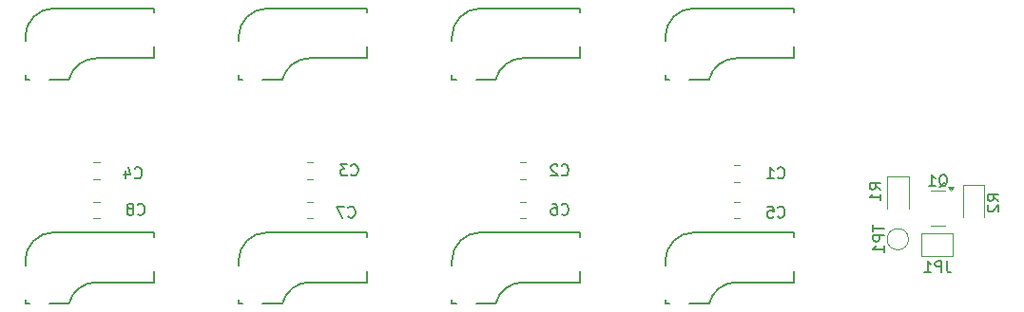
<source format=gbr>
%TF.GenerationSoftware,KiCad,Pcbnew,8.0.2*%
%TF.CreationDate,2024-06-01T03:16:02+02:00*%
%TF.ProjectId,Hellboard,48656c6c-626f-4617-9264-2e6b69636164,rev?*%
%TF.SameCoordinates,Original*%
%TF.FileFunction,Legend,Bot*%
%TF.FilePolarity,Positive*%
%FSLAX46Y46*%
G04 Gerber Fmt 4.6, Leading zero omitted, Abs format (unit mm)*
G04 Created by KiCad (PCBNEW 8.0.2) date 2024-06-01 03:16:02*
%MOMM*%
%LPD*%
G01*
G04 APERTURE LIST*
%ADD10C,0.150000*%
%ADD11C,0.120000*%
G04 APERTURE END LIST*
D10*
X129963333Y-67574819D02*
X129963333Y-68289104D01*
X129963333Y-68289104D02*
X130010952Y-68431961D01*
X130010952Y-68431961D02*
X130106190Y-68527200D01*
X130106190Y-68527200D02*
X130249047Y-68574819D01*
X130249047Y-68574819D02*
X130344285Y-68574819D01*
X129487142Y-68574819D02*
X129487142Y-67574819D01*
X129487142Y-67574819D02*
X129106190Y-67574819D01*
X129106190Y-67574819D02*
X129010952Y-67622438D01*
X129010952Y-67622438D02*
X128963333Y-67670057D01*
X128963333Y-67670057D02*
X128915714Y-67765295D01*
X128915714Y-67765295D02*
X128915714Y-67908152D01*
X128915714Y-67908152D02*
X128963333Y-68003390D01*
X128963333Y-68003390D02*
X129010952Y-68051009D01*
X129010952Y-68051009D02*
X129106190Y-68098628D01*
X129106190Y-68098628D02*
X129487142Y-68098628D01*
X127963333Y-68574819D02*
X128534761Y-68574819D01*
X128249047Y-68574819D02*
X128249047Y-67574819D01*
X128249047Y-67574819D02*
X128344285Y-67717676D01*
X128344285Y-67717676D02*
X128439523Y-67812914D01*
X128439523Y-67812914D02*
X128534761Y-67860533D01*
X114916666Y-63609580D02*
X114964285Y-63657200D01*
X114964285Y-63657200D02*
X115107142Y-63704819D01*
X115107142Y-63704819D02*
X115202380Y-63704819D01*
X115202380Y-63704819D02*
X115345237Y-63657200D01*
X115345237Y-63657200D02*
X115440475Y-63561961D01*
X115440475Y-63561961D02*
X115488094Y-63466723D01*
X115488094Y-63466723D02*
X115535713Y-63276247D01*
X115535713Y-63276247D02*
X115535713Y-63133390D01*
X115535713Y-63133390D02*
X115488094Y-62942914D01*
X115488094Y-62942914D02*
X115440475Y-62847676D01*
X115440475Y-62847676D02*
X115345237Y-62752438D01*
X115345237Y-62752438D02*
X115202380Y-62704819D01*
X115202380Y-62704819D02*
X115107142Y-62704819D01*
X115107142Y-62704819D02*
X114964285Y-62752438D01*
X114964285Y-62752438D02*
X114916666Y-62800057D01*
X114011904Y-62704819D02*
X114488094Y-62704819D01*
X114488094Y-62704819D02*
X114535713Y-63181009D01*
X114535713Y-63181009D02*
X114488094Y-63133390D01*
X114488094Y-63133390D02*
X114392856Y-63085771D01*
X114392856Y-63085771D02*
X114154761Y-63085771D01*
X114154761Y-63085771D02*
X114059523Y-63133390D01*
X114059523Y-63133390D02*
X114011904Y-63181009D01*
X114011904Y-63181009D02*
X113964285Y-63276247D01*
X113964285Y-63276247D02*
X113964285Y-63514342D01*
X113964285Y-63514342D02*
X114011904Y-63609580D01*
X114011904Y-63609580D02*
X114059523Y-63657200D01*
X114059523Y-63657200D02*
X114154761Y-63704819D01*
X114154761Y-63704819D02*
X114392856Y-63704819D01*
X114392856Y-63704819D02*
X114488094Y-63657200D01*
X114488094Y-63657200D02*
X114535713Y-63609580D01*
X57916666Y-63359580D02*
X57964285Y-63407200D01*
X57964285Y-63407200D02*
X58107142Y-63454819D01*
X58107142Y-63454819D02*
X58202380Y-63454819D01*
X58202380Y-63454819D02*
X58345237Y-63407200D01*
X58345237Y-63407200D02*
X58440475Y-63311961D01*
X58440475Y-63311961D02*
X58488094Y-63216723D01*
X58488094Y-63216723D02*
X58535713Y-63026247D01*
X58535713Y-63026247D02*
X58535713Y-62883390D01*
X58535713Y-62883390D02*
X58488094Y-62692914D01*
X58488094Y-62692914D02*
X58440475Y-62597676D01*
X58440475Y-62597676D02*
X58345237Y-62502438D01*
X58345237Y-62502438D02*
X58202380Y-62454819D01*
X58202380Y-62454819D02*
X58107142Y-62454819D01*
X58107142Y-62454819D02*
X57964285Y-62502438D01*
X57964285Y-62502438D02*
X57916666Y-62550057D01*
X57345237Y-62883390D02*
X57440475Y-62835771D01*
X57440475Y-62835771D02*
X57488094Y-62788152D01*
X57488094Y-62788152D02*
X57535713Y-62692914D01*
X57535713Y-62692914D02*
X57535713Y-62645295D01*
X57535713Y-62645295D02*
X57488094Y-62550057D01*
X57488094Y-62550057D02*
X57440475Y-62502438D01*
X57440475Y-62502438D02*
X57345237Y-62454819D01*
X57345237Y-62454819D02*
X57154761Y-62454819D01*
X57154761Y-62454819D02*
X57059523Y-62502438D01*
X57059523Y-62502438D02*
X57011904Y-62550057D01*
X57011904Y-62550057D02*
X56964285Y-62645295D01*
X56964285Y-62645295D02*
X56964285Y-62692914D01*
X56964285Y-62692914D02*
X57011904Y-62788152D01*
X57011904Y-62788152D02*
X57059523Y-62835771D01*
X57059523Y-62835771D02*
X57154761Y-62883390D01*
X57154761Y-62883390D02*
X57345237Y-62883390D01*
X57345237Y-62883390D02*
X57440475Y-62931009D01*
X57440475Y-62931009D02*
X57488094Y-62978628D01*
X57488094Y-62978628D02*
X57535713Y-63073866D01*
X57535713Y-63073866D02*
X57535713Y-63264342D01*
X57535713Y-63264342D02*
X57488094Y-63359580D01*
X57488094Y-63359580D02*
X57440475Y-63407200D01*
X57440475Y-63407200D02*
X57345237Y-63454819D01*
X57345237Y-63454819D02*
X57154761Y-63454819D01*
X57154761Y-63454819D02*
X57059523Y-63407200D01*
X57059523Y-63407200D02*
X57011904Y-63359580D01*
X57011904Y-63359580D02*
X56964285Y-63264342D01*
X56964285Y-63264342D02*
X56964285Y-63073866D01*
X56964285Y-63073866D02*
X57011904Y-62978628D01*
X57011904Y-62978628D02*
X57059523Y-62931009D01*
X57059523Y-62931009D02*
X57154761Y-62883390D01*
X123411819Y-64358095D02*
X123411819Y-64929523D01*
X124411819Y-64643809D02*
X123411819Y-64643809D01*
X124411819Y-65262857D02*
X123411819Y-65262857D01*
X123411819Y-65262857D02*
X123411819Y-65643809D01*
X123411819Y-65643809D02*
X123459438Y-65739047D01*
X123459438Y-65739047D02*
X123507057Y-65786666D01*
X123507057Y-65786666D02*
X123602295Y-65834285D01*
X123602295Y-65834285D02*
X123745152Y-65834285D01*
X123745152Y-65834285D02*
X123840390Y-65786666D01*
X123840390Y-65786666D02*
X123888009Y-65739047D01*
X123888009Y-65739047D02*
X123935628Y-65643809D01*
X123935628Y-65643809D02*
X123935628Y-65262857D01*
X124411819Y-66786666D02*
X124411819Y-66215238D01*
X124411819Y-66500952D02*
X123411819Y-66500952D01*
X123411819Y-66500952D02*
X123554676Y-66405714D01*
X123554676Y-66405714D02*
X123649914Y-66310476D01*
X123649914Y-66310476D02*
X123697533Y-66215238D01*
X124084819Y-61203333D02*
X123608628Y-60870000D01*
X124084819Y-60631905D02*
X123084819Y-60631905D01*
X123084819Y-60631905D02*
X123084819Y-61012857D01*
X123084819Y-61012857D02*
X123132438Y-61108095D01*
X123132438Y-61108095D02*
X123180057Y-61155714D01*
X123180057Y-61155714D02*
X123275295Y-61203333D01*
X123275295Y-61203333D02*
X123418152Y-61203333D01*
X123418152Y-61203333D02*
X123513390Y-61155714D01*
X123513390Y-61155714D02*
X123561009Y-61108095D01*
X123561009Y-61108095D02*
X123608628Y-61012857D01*
X123608628Y-61012857D02*
X123608628Y-60631905D01*
X124084819Y-62155714D02*
X124084819Y-61584286D01*
X124084819Y-61870000D02*
X123084819Y-61870000D01*
X123084819Y-61870000D02*
X123227676Y-61774762D01*
X123227676Y-61774762D02*
X123322914Y-61679524D01*
X123322914Y-61679524D02*
X123370533Y-61584286D01*
X114916666Y-60109580D02*
X114964285Y-60157200D01*
X114964285Y-60157200D02*
X115107142Y-60204819D01*
X115107142Y-60204819D02*
X115202380Y-60204819D01*
X115202380Y-60204819D02*
X115345237Y-60157200D01*
X115345237Y-60157200D02*
X115440475Y-60061961D01*
X115440475Y-60061961D02*
X115488094Y-59966723D01*
X115488094Y-59966723D02*
X115535713Y-59776247D01*
X115535713Y-59776247D02*
X115535713Y-59633390D01*
X115535713Y-59633390D02*
X115488094Y-59442914D01*
X115488094Y-59442914D02*
X115440475Y-59347676D01*
X115440475Y-59347676D02*
X115345237Y-59252438D01*
X115345237Y-59252438D02*
X115202380Y-59204819D01*
X115202380Y-59204819D02*
X115107142Y-59204819D01*
X115107142Y-59204819D02*
X114964285Y-59252438D01*
X114964285Y-59252438D02*
X114916666Y-59300057D01*
X113964285Y-60204819D02*
X114535713Y-60204819D01*
X114249999Y-60204819D02*
X114249999Y-59204819D01*
X114249999Y-59204819D02*
X114345237Y-59347676D01*
X114345237Y-59347676D02*
X114440475Y-59442914D01*
X114440475Y-59442914D02*
X114535713Y-59490533D01*
X129262738Y-60970057D02*
X129357976Y-60922438D01*
X129357976Y-60922438D02*
X129453214Y-60827200D01*
X129453214Y-60827200D02*
X129596071Y-60684342D01*
X129596071Y-60684342D02*
X129691309Y-60636723D01*
X129691309Y-60636723D02*
X129786547Y-60636723D01*
X129738928Y-60874819D02*
X129834166Y-60827200D01*
X129834166Y-60827200D02*
X129929404Y-60731961D01*
X129929404Y-60731961D02*
X129977023Y-60541485D01*
X129977023Y-60541485D02*
X129977023Y-60208152D01*
X129977023Y-60208152D02*
X129929404Y-60017676D01*
X129929404Y-60017676D02*
X129834166Y-59922438D01*
X129834166Y-59922438D02*
X129738928Y-59874819D01*
X129738928Y-59874819D02*
X129548452Y-59874819D01*
X129548452Y-59874819D02*
X129453214Y-59922438D01*
X129453214Y-59922438D02*
X129357976Y-60017676D01*
X129357976Y-60017676D02*
X129310357Y-60208152D01*
X129310357Y-60208152D02*
X129310357Y-60541485D01*
X129310357Y-60541485D02*
X129357976Y-60731961D01*
X129357976Y-60731961D02*
X129453214Y-60827200D01*
X129453214Y-60827200D02*
X129548452Y-60874819D01*
X129548452Y-60874819D02*
X129738928Y-60874819D01*
X128357976Y-60874819D02*
X128929404Y-60874819D01*
X128643690Y-60874819D02*
X128643690Y-59874819D01*
X128643690Y-59874819D02*
X128738928Y-60017676D01*
X128738928Y-60017676D02*
X128834166Y-60112914D01*
X128834166Y-60112914D02*
X128929404Y-60160533D01*
X134584819Y-62203333D02*
X134108628Y-61870000D01*
X134584819Y-61631905D02*
X133584819Y-61631905D01*
X133584819Y-61631905D02*
X133584819Y-62012857D01*
X133584819Y-62012857D02*
X133632438Y-62108095D01*
X133632438Y-62108095D02*
X133680057Y-62155714D01*
X133680057Y-62155714D02*
X133775295Y-62203333D01*
X133775295Y-62203333D02*
X133918152Y-62203333D01*
X133918152Y-62203333D02*
X134013390Y-62155714D01*
X134013390Y-62155714D02*
X134061009Y-62108095D01*
X134061009Y-62108095D02*
X134108628Y-62012857D01*
X134108628Y-62012857D02*
X134108628Y-61631905D01*
X133680057Y-62584286D02*
X133632438Y-62631905D01*
X133632438Y-62631905D02*
X133584819Y-62727143D01*
X133584819Y-62727143D02*
X133584819Y-62965238D01*
X133584819Y-62965238D02*
X133632438Y-63060476D01*
X133632438Y-63060476D02*
X133680057Y-63108095D01*
X133680057Y-63108095D02*
X133775295Y-63155714D01*
X133775295Y-63155714D02*
X133870533Y-63155714D01*
X133870533Y-63155714D02*
X134013390Y-63108095D01*
X134013390Y-63108095D02*
X134584819Y-62536667D01*
X134584819Y-62536667D02*
X134584819Y-63155714D01*
X76916666Y-59859580D02*
X76964285Y-59907200D01*
X76964285Y-59907200D02*
X77107142Y-59954819D01*
X77107142Y-59954819D02*
X77202380Y-59954819D01*
X77202380Y-59954819D02*
X77345237Y-59907200D01*
X77345237Y-59907200D02*
X77440475Y-59811961D01*
X77440475Y-59811961D02*
X77488094Y-59716723D01*
X77488094Y-59716723D02*
X77535713Y-59526247D01*
X77535713Y-59526247D02*
X77535713Y-59383390D01*
X77535713Y-59383390D02*
X77488094Y-59192914D01*
X77488094Y-59192914D02*
X77440475Y-59097676D01*
X77440475Y-59097676D02*
X77345237Y-59002438D01*
X77345237Y-59002438D02*
X77202380Y-58954819D01*
X77202380Y-58954819D02*
X77107142Y-58954819D01*
X77107142Y-58954819D02*
X76964285Y-59002438D01*
X76964285Y-59002438D02*
X76916666Y-59050057D01*
X76583332Y-58954819D02*
X75964285Y-58954819D01*
X75964285Y-58954819D02*
X76297618Y-59335771D01*
X76297618Y-59335771D02*
X76154761Y-59335771D01*
X76154761Y-59335771D02*
X76059523Y-59383390D01*
X76059523Y-59383390D02*
X76011904Y-59431009D01*
X76011904Y-59431009D02*
X75964285Y-59526247D01*
X75964285Y-59526247D02*
X75964285Y-59764342D01*
X75964285Y-59764342D02*
X76011904Y-59859580D01*
X76011904Y-59859580D02*
X76059523Y-59907200D01*
X76059523Y-59907200D02*
X76154761Y-59954819D01*
X76154761Y-59954819D02*
X76440475Y-59954819D01*
X76440475Y-59954819D02*
X76535713Y-59907200D01*
X76535713Y-59907200D02*
X76583332Y-59859580D01*
X95666666Y-63359580D02*
X95714285Y-63407200D01*
X95714285Y-63407200D02*
X95857142Y-63454819D01*
X95857142Y-63454819D02*
X95952380Y-63454819D01*
X95952380Y-63454819D02*
X96095237Y-63407200D01*
X96095237Y-63407200D02*
X96190475Y-63311961D01*
X96190475Y-63311961D02*
X96238094Y-63216723D01*
X96238094Y-63216723D02*
X96285713Y-63026247D01*
X96285713Y-63026247D02*
X96285713Y-62883390D01*
X96285713Y-62883390D02*
X96238094Y-62692914D01*
X96238094Y-62692914D02*
X96190475Y-62597676D01*
X96190475Y-62597676D02*
X96095237Y-62502438D01*
X96095237Y-62502438D02*
X95952380Y-62454819D01*
X95952380Y-62454819D02*
X95857142Y-62454819D01*
X95857142Y-62454819D02*
X95714285Y-62502438D01*
X95714285Y-62502438D02*
X95666666Y-62550057D01*
X94809523Y-62454819D02*
X94999999Y-62454819D01*
X94999999Y-62454819D02*
X95095237Y-62502438D01*
X95095237Y-62502438D02*
X95142856Y-62550057D01*
X95142856Y-62550057D02*
X95238094Y-62692914D01*
X95238094Y-62692914D02*
X95285713Y-62883390D01*
X95285713Y-62883390D02*
X95285713Y-63264342D01*
X95285713Y-63264342D02*
X95238094Y-63359580D01*
X95238094Y-63359580D02*
X95190475Y-63407200D01*
X95190475Y-63407200D02*
X95095237Y-63454819D01*
X95095237Y-63454819D02*
X94904761Y-63454819D01*
X94904761Y-63454819D02*
X94809523Y-63407200D01*
X94809523Y-63407200D02*
X94761904Y-63359580D01*
X94761904Y-63359580D02*
X94714285Y-63264342D01*
X94714285Y-63264342D02*
X94714285Y-63026247D01*
X94714285Y-63026247D02*
X94761904Y-62931009D01*
X94761904Y-62931009D02*
X94809523Y-62883390D01*
X94809523Y-62883390D02*
X94904761Y-62835771D01*
X94904761Y-62835771D02*
X95095237Y-62835771D01*
X95095237Y-62835771D02*
X95190475Y-62883390D01*
X95190475Y-62883390D02*
X95238094Y-62931009D01*
X95238094Y-62931009D02*
X95285713Y-63026247D01*
X95666666Y-59859580D02*
X95714285Y-59907200D01*
X95714285Y-59907200D02*
X95857142Y-59954819D01*
X95857142Y-59954819D02*
X95952380Y-59954819D01*
X95952380Y-59954819D02*
X96095237Y-59907200D01*
X96095237Y-59907200D02*
X96190475Y-59811961D01*
X96190475Y-59811961D02*
X96238094Y-59716723D01*
X96238094Y-59716723D02*
X96285713Y-59526247D01*
X96285713Y-59526247D02*
X96285713Y-59383390D01*
X96285713Y-59383390D02*
X96238094Y-59192914D01*
X96238094Y-59192914D02*
X96190475Y-59097676D01*
X96190475Y-59097676D02*
X96095237Y-59002438D01*
X96095237Y-59002438D02*
X95952380Y-58954819D01*
X95952380Y-58954819D02*
X95857142Y-58954819D01*
X95857142Y-58954819D02*
X95714285Y-59002438D01*
X95714285Y-59002438D02*
X95666666Y-59050057D01*
X95285713Y-59050057D02*
X95238094Y-59002438D01*
X95238094Y-59002438D02*
X95142856Y-58954819D01*
X95142856Y-58954819D02*
X94904761Y-58954819D01*
X94904761Y-58954819D02*
X94809523Y-59002438D01*
X94809523Y-59002438D02*
X94761904Y-59050057D01*
X94761904Y-59050057D02*
X94714285Y-59145295D01*
X94714285Y-59145295D02*
X94714285Y-59240533D01*
X94714285Y-59240533D02*
X94761904Y-59383390D01*
X94761904Y-59383390D02*
X95333332Y-59954819D01*
X95333332Y-59954819D02*
X94714285Y-59954819D01*
X57666666Y-60109580D02*
X57714285Y-60157200D01*
X57714285Y-60157200D02*
X57857142Y-60204819D01*
X57857142Y-60204819D02*
X57952380Y-60204819D01*
X57952380Y-60204819D02*
X58095237Y-60157200D01*
X58095237Y-60157200D02*
X58190475Y-60061961D01*
X58190475Y-60061961D02*
X58238094Y-59966723D01*
X58238094Y-59966723D02*
X58285713Y-59776247D01*
X58285713Y-59776247D02*
X58285713Y-59633390D01*
X58285713Y-59633390D02*
X58238094Y-59442914D01*
X58238094Y-59442914D02*
X58190475Y-59347676D01*
X58190475Y-59347676D02*
X58095237Y-59252438D01*
X58095237Y-59252438D02*
X57952380Y-59204819D01*
X57952380Y-59204819D02*
X57857142Y-59204819D01*
X57857142Y-59204819D02*
X57714285Y-59252438D01*
X57714285Y-59252438D02*
X57666666Y-59300057D01*
X56809523Y-59538152D02*
X56809523Y-60204819D01*
X57047618Y-59157200D02*
X57285713Y-59871485D01*
X57285713Y-59871485D02*
X56666666Y-59871485D01*
X76666666Y-63609580D02*
X76714285Y-63657200D01*
X76714285Y-63657200D02*
X76857142Y-63704819D01*
X76857142Y-63704819D02*
X76952380Y-63704819D01*
X76952380Y-63704819D02*
X77095237Y-63657200D01*
X77095237Y-63657200D02*
X77190475Y-63561961D01*
X77190475Y-63561961D02*
X77238094Y-63466723D01*
X77238094Y-63466723D02*
X77285713Y-63276247D01*
X77285713Y-63276247D02*
X77285713Y-63133390D01*
X77285713Y-63133390D02*
X77238094Y-62942914D01*
X77238094Y-62942914D02*
X77190475Y-62847676D01*
X77190475Y-62847676D02*
X77095237Y-62752438D01*
X77095237Y-62752438D02*
X76952380Y-62704819D01*
X76952380Y-62704819D02*
X76857142Y-62704819D01*
X76857142Y-62704819D02*
X76714285Y-62752438D01*
X76714285Y-62752438D02*
X76666666Y-62800057D01*
X76333332Y-62704819D02*
X75666666Y-62704819D01*
X75666666Y-62704819D02*
X76095237Y-63704819D01*
%TO.C,D6*%
X66900000Y-67555000D02*
X66900000Y-67936000D01*
X66900000Y-70984000D02*
X66900000Y-71365000D01*
X67281000Y-71365000D02*
X66900000Y-71365000D01*
X69440000Y-65015000D02*
X78330000Y-65015000D01*
X70785838Y-71365000D02*
X69059000Y-71365000D01*
X78330000Y-65015000D02*
X78330000Y-65396000D01*
X78330000Y-68444000D02*
X78330000Y-69460000D01*
X78330000Y-69460000D02*
X73250000Y-69460000D01*
X66900000Y-67555000D02*
G75*
G02*
X69440000Y-65015000I2540001J-1D01*
G01*
X70785838Y-71383960D02*
G75*
G02*
X73250000Y-69459999I2464162J-616039D01*
G01*
%TO.C,D8*%
X104900000Y-67555000D02*
X104900000Y-67936000D01*
X104900000Y-70984000D02*
X104900000Y-71365000D01*
X105281000Y-71365000D02*
X104900000Y-71365000D01*
X107440000Y-65015000D02*
X116330000Y-65015000D01*
X108785838Y-71365000D02*
X107059000Y-71365000D01*
X116330000Y-65015000D02*
X116330000Y-65396000D01*
X116330000Y-68444000D02*
X116330000Y-69460000D01*
X116330000Y-69460000D02*
X111250000Y-69460000D01*
X104900000Y-67555000D02*
G75*
G02*
X107440000Y-65015000I2540001J-1D01*
G01*
X108785838Y-71383960D02*
G75*
G02*
X111250000Y-69459999I2464162J-616039D01*
G01*
%TO.C,D1*%
X104900000Y-47555000D02*
X104900000Y-47936000D01*
X104900000Y-50984000D02*
X104900000Y-51365000D01*
X105281000Y-51365000D02*
X104900000Y-51365000D01*
X107440000Y-45015000D02*
X116330000Y-45015000D01*
X108785838Y-51365000D02*
X107059000Y-51365000D01*
X116330000Y-45015000D02*
X116330000Y-45396000D01*
X116330000Y-48444000D02*
X116330000Y-49460000D01*
X116330000Y-49460000D02*
X111250000Y-49460000D01*
X104900000Y-47555000D02*
G75*
G02*
X107440000Y-45015000I2540001J-1D01*
G01*
X108785838Y-51383960D02*
G75*
G02*
X111250000Y-49459999I2464162J-616039D01*
G01*
%TO.C,D2*%
X85900000Y-47555000D02*
X85900000Y-47936000D01*
X85900000Y-50984000D02*
X85900000Y-51365000D01*
X86281000Y-51365000D02*
X85900000Y-51365000D01*
X88440000Y-45015000D02*
X97330000Y-45015000D01*
X89785838Y-51365000D02*
X88059000Y-51365000D01*
X97330000Y-45015000D02*
X97330000Y-45396000D01*
X97330000Y-48444000D02*
X97330000Y-49460000D01*
X97330000Y-49460000D02*
X92250000Y-49460000D01*
X85900000Y-47555000D02*
G75*
G02*
X88440000Y-45015000I2540001J-1D01*
G01*
X89785838Y-51383960D02*
G75*
G02*
X92250000Y-49459999I2464162J-616039D01*
G01*
%TO.C,D3*%
X66900000Y-47555000D02*
X66900000Y-47936000D01*
X66900000Y-50984000D02*
X66900000Y-51365000D01*
X67281000Y-51365000D02*
X66900000Y-51365000D01*
X69440000Y-45015000D02*
X78330000Y-45015000D01*
X70785838Y-51365000D02*
X69059000Y-51365000D01*
X78330000Y-45015000D02*
X78330000Y-45396000D01*
X78330000Y-48444000D02*
X78330000Y-49460000D01*
X78330000Y-49460000D02*
X73250000Y-49460000D01*
X66900000Y-47555000D02*
G75*
G02*
X69440000Y-45015000I2540001J-1D01*
G01*
X70785838Y-51383960D02*
G75*
G02*
X73250000Y-49459999I2464162J-616039D01*
G01*
%TO.C,D7*%
X85900000Y-67555000D02*
X85900000Y-67936000D01*
X85900000Y-70984000D02*
X85900000Y-71365000D01*
X86281000Y-71365000D02*
X85900000Y-71365000D01*
X88440000Y-65015000D02*
X97330000Y-65015000D01*
X89785838Y-71365000D02*
X88059000Y-71365000D01*
X97330000Y-65015000D02*
X97330000Y-65396000D01*
X97330000Y-68444000D02*
X97330000Y-69460000D01*
X97330000Y-69460000D02*
X92250000Y-69460000D01*
X85900000Y-67555000D02*
G75*
G02*
X88440000Y-65015000I2540001J-1D01*
G01*
X89785838Y-71383960D02*
G75*
G02*
X92250000Y-69459999I2464162J-616039D01*
G01*
%TO.C,D4*%
X47900000Y-47555000D02*
X47900000Y-47936000D01*
X47900000Y-50984000D02*
X47900000Y-51365000D01*
X48281000Y-51365000D02*
X47900000Y-51365000D01*
X50440000Y-45015000D02*
X59330000Y-45015000D01*
X51785838Y-51365000D02*
X50059000Y-51365000D01*
X59330000Y-45015000D02*
X59330000Y-45396000D01*
X59330000Y-48444000D02*
X59330000Y-49460000D01*
X59330000Y-49460000D02*
X54250000Y-49460000D01*
X47900000Y-47555000D02*
G75*
G02*
X50440000Y-45015000I2540001J-1D01*
G01*
X51785838Y-51383960D02*
G75*
G02*
X54250000Y-49459999I2464162J-616039D01*
G01*
%TO.C,D5*%
X47900000Y-67555000D02*
X47900000Y-67936000D01*
X47900000Y-70984000D02*
X47900000Y-71365000D01*
X48281000Y-71365000D02*
X47900000Y-71365000D01*
X50440000Y-65015000D02*
X59330000Y-65015000D01*
X51785838Y-71365000D02*
X50059000Y-71365000D01*
X59330000Y-65015000D02*
X59330000Y-65396000D01*
X59330000Y-68444000D02*
X59330000Y-69460000D01*
X59330000Y-69460000D02*
X54250000Y-69460000D01*
X47900000Y-67555000D02*
G75*
G02*
X50440000Y-65015000I2540001J-1D01*
G01*
X51785838Y-71383960D02*
G75*
G02*
X54250000Y-69459999I2464162J-616039D01*
G01*
D11*
%TO.C,JP1*%
X127730000Y-65120000D02*
X130530000Y-65120000D01*
X127730000Y-67120000D02*
X127730000Y-65120000D01*
X130530000Y-65120000D02*
X130530000Y-67120000D01*
X130530000Y-67120000D02*
X127730000Y-67120000D01*
%TO.C,C5*%
X111511252Y-62265000D02*
X110988748Y-62265000D01*
X111511252Y-63735000D02*
X110988748Y-63735000D01*
%TO.C,C8*%
X54511252Y-62265000D02*
X53988748Y-62265000D01*
X54511252Y-63735000D02*
X53988748Y-63735000D01*
%TO.C,TP1*%
X126555000Y-65620000D02*
G75*
G02*
X124655000Y-65620000I-950000J0D01*
G01*
X124655000Y-65620000D02*
G75*
G02*
X126555000Y-65620000I950000J0D01*
G01*
%TO.C,R1*%
X124645000Y-60035000D02*
X124645000Y-62895000D01*
X126565000Y-60035000D02*
X124645000Y-60035000D01*
X126565000Y-62895000D02*
X126565000Y-60035000D01*
%TO.C,C1*%
X111511252Y-59015000D02*
X110988748Y-59015000D01*
X111511252Y-60485000D02*
X110988748Y-60485000D01*
%TO.C,Q1*%
X128517500Y-61260000D02*
X129167500Y-61260000D01*
X128517500Y-64380000D02*
X129167500Y-64380000D01*
X129817500Y-61260000D02*
X129167500Y-61260000D01*
X129817500Y-64380000D02*
X129167500Y-64380000D01*
X130330000Y-61310000D02*
X130090000Y-60980000D01*
X130570000Y-60980000D01*
X130330000Y-61310000D01*
G36*
X130330000Y-61310000D02*
G01*
X130090000Y-60980000D01*
X130570000Y-60980000D01*
X130330000Y-61310000D01*
G37*
%TO.C,R2*%
X131395000Y-60785000D02*
X131395000Y-63645000D01*
X133315000Y-60785000D02*
X131395000Y-60785000D01*
X133315000Y-63645000D02*
X133315000Y-60785000D01*
%TO.C,C3*%
X73511252Y-58765000D02*
X72988748Y-58765000D01*
X73511252Y-60235000D02*
X72988748Y-60235000D01*
%TO.C,C6*%
X92511252Y-62265000D02*
X91988748Y-62265000D01*
X92511252Y-63735000D02*
X91988748Y-63735000D01*
%TO.C,C2*%
X92511252Y-58765000D02*
X91988748Y-58765000D01*
X92511252Y-60235000D02*
X91988748Y-60235000D01*
%TO.C,C4*%
X54511252Y-58765000D02*
X53988748Y-58765000D01*
X54511252Y-60235000D02*
X53988748Y-60235000D01*
%TO.C,C7*%
X73511252Y-62265000D02*
X72988748Y-62265000D01*
X73511252Y-63735000D02*
X72988748Y-63735000D01*
%TD*%
M02*

</source>
